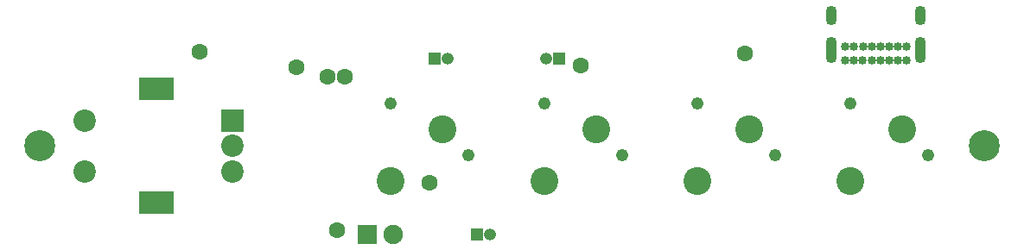
<source format=gbr>
%TF.GenerationSoftware,KiCad,Pcbnew,(5.1.6)-1*%
%TF.CreationDate,2021-06-16T19:52:11-04:00*%
%TF.ProjectId,QAZ_media,51415a5f-6d65-4646-9961-2e6b69636164,rev?*%
%TF.SameCoordinates,Original*%
%TF.FileFunction,Soldermask,Bot*%
%TF.FilePolarity,Negative*%
%FSLAX46Y46*%
G04 Gerber Fmt 4.6, Leading zero omitted, Abs format (unit mm)*
G04 Created by KiCad (PCBNEW (5.1.6)-1) date 2021-06-16 19:52:11*
%MOMM*%
%LPD*%
G01*
G04 APERTURE LIST*
%ADD10C,3.044800*%
%ADD11C,2.740000*%
%ADD12C,1.216000*%
%ADD13O,1.900000X1.900000*%
%ADD14R,1.900000X1.900000*%
%ADD15C,1.600000*%
%ADD16C,2.200000*%
%ADD17R,3.400000X2.200000*%
%ADD18R,2.200000X2.200000*%
%ADD19O,1.200000X1.200000*%
%ADD20R,1.200000X1.200000*%
%ADD21C,0.850000*%
%ADD22O,1.100000X2.600000*%
%ADD23O,1.100000X1.900000*%
G04 APERTURE END LIST*
D10*
%TO.C,H2*%
X80100000Y-102500000D03*
%TD*%
%TO.C,H1*%
X172600000Y-102500000D03*
%TD*%
D11*
%TO.C,SW5*%
X129500000Y-106000000D03*
D12*
X129500000Y-98380000D03*
D11*
X134580000Y-100920000D03*
D12*
X137120000Y-103460000D03*
%TD*%
D13*
%TO.C,D4*%
X114740000Y-111200000D03*
D14*
X112200000Y-111200000D03*
%TD*%
D15*
%TO.C,TP10*%
X95750000Y-93250000D03*
%TD*%
%TO.C,TP9*%
X105250000Y-94750000D03*
%TD*%
%TO.C,TP8*%
X108250000Y-95750000D03*
%TD*%
%TO.C,TP7*%
X110000000Y-95750000D03*
%TD*%
%TO.C,TP6*%
X109250000Y-110750000D03*
%TD*%
%TO.C,TP5*%
X133100000Y-94600000D03*
%TD*%
%TO.C,TP4*%
X118300000Y-106100000D03*
%TD*%
%TO.C,TP1*%
X149200000Y-93400000D03*
%TD*%
D11*
%TO.C,SW6*%
X114500000Y-106000000D03*
D12*
X114500000Y-98380000D03*
D11*
X119580000Y-100920000D03*
D12*
X122120000Y-103460000D03*
%TD*%
D16*
%TO.C,SW4*%
X84500000Y-105000000D03*
X84500000Y-100000000D03*
D17*
X91500000Y-108100000D03*
X91500000Y-96900000D03*
D16*
X99000000Y-105000000D03*
X99000000Y-102500000D03*
D18*
X99000000Y-100000000D03*
%TD*%
D11*
%TO.C,SW3*%
X144500000Y-106000000D03*
D12*
X144500000Y-98380000D03*
D11*
X149580000Y-100920000D03*
D12*
X152120000Y-103460000D03*
%TD*%
D11*
%TO.C,SW2*%
X159500000Y-106000000D03*
D12*
X159500000Y-98380000D03*
D11*
X164580000Y-100920000D03*
D12*
X167120000Y-103460000D03*
%TD*%
D19*
%TO.C,JP3*%
X124170000Y-111200000D03*
D20*
X122900000Y-111200000D03*
%TD*%
%TO.C,JP2*%
X118750000Y-93900000D03*
D19*
X120020000Y-93900000D03*
%TD*%
D20*
%TO.C,JP1*%
X131000000Y-93900000D03*
D19*
X129730000Y-93900000D03*
%TD*%
D21*
%TO.C,CN1*%
X160725000Y-94100000D03*
X159025000Y-94100000D03*
X159875000Y-94100000D03*
X161575000Y-94100000D03*
X162425000Y-94100000D03*
X163275000Y-94100000D03*
X164125000Y-94100000D03*
X164975000Y-94100000D03*
X159025000Y-92775000D03*
X159880000Y-92775000D03*
X160730000Y-92775000D03*
X161580000Y-92775000D03*
X162430000Y-92775000D03*
X163280000Y-92775000D03*
X164130000Y-92775000D03*
X164980000Y-92775000D03*
D22*
X157675000Y-93120000D03*
X166325000Y-93120000D03*
D23*
X157675000Y-89740000D03*
X166325000Y-89740000D03*
%TD*%
M02*

</source>
